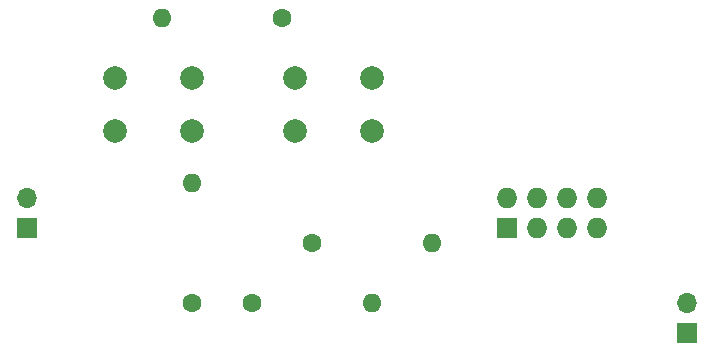
<source format=gbr>
%TF.GenerationSoftware,KiCad,Pcbnew,6.0.2+dfsg-1*%
%TF.CreationDate,2023-02-23T16:44:59-06:00*%
%TF.ProjectId,communication_subsystem_v2,636f6d6d-756e-4696-9361-74696f6e5f73,rev?*%
%TF.SameCoordinates,Original*%
%TF.FileFunction,Soldermask,Top*%
%TF.FilePolarity,Negative*%
%FSLAX46Y46*%
G04 Gerber Fmt 4.6, Leading zero omitted, Abs format (unit mm)*
G04 Created by KiCad (PCBNEW 6.0.2+dfsg-1) date 2023-02-23 16:44:59*
%MOMM*%
%LPD*%
G01*
G04 APERTURE LIST*
%ADD10C,2.000000*%
%ADD11R,1.700000X1.700000*%
%ADD12O,1.700000X1.700000*%
%ADD13C,1.600000*%
%ADD14O,1.600000X1.600000*%
%ADD15R,1.727200X1.727200*%
%ADD16O,1.727200X1.727200*%
G04 APERTURE END LIST*
D10*
%TO.C,SW2*%
X161290000Y-57840000D03*
X154790000Y-57840000D03*
X161290000Y-53340000D03*
X154790000Y-53340000D03*
%TD*%
D11*
%TO.C,J1*%
X203200000Y-74930000D03*
D12*
X203200000Y-72390000D03*
%TD*%
D13*
%TO.C,R1*%
X166370000Y-72390000D03*
D14*
X176530000Y-72390000D03*
%TD*%
D13*
%TO.C,R3*%
X168910000Y-48260000D03*
D14*
X158750000Y-48260000D03*
%TD*%
D15*
%TO.C,U1*%
X187960000Y-66040000D03*
D16*
X187960000Y-63500000D03*
X190500000Y-66040000D03*
X190500000Y-63500000D03*
X193040000Y-66040000D03*
X193040000Y-63500000D03*
X195580000Y-66040000D03*
X195580000Y-63500000D03*
%TD*%
D13*
%TO.C,R4*%
X161290000Y-72390000D03*
D14*
X161290000Y-62230000D03*
%TD*%
D11*
%TO.C,J2*%
X147320000Y-66040000D03*
D12*
X147320000Y-63500000D03*
%TD*%
D10*
%TO.C,SW1*%
X176530000Y-53340000D03*
X170030000Y-53340000D03*
X176530000Y-57840000D03*
X170030000Y-57840000D03*
%TD*%
D13*
%TO.C,R2*%
X171450000Y-67310000D03*
D14*
X181610000Y-67310000D03*
%TD*%
M02*

</source>
